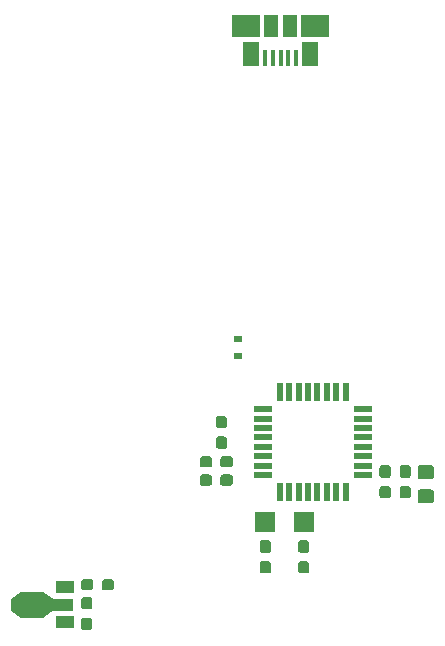
<source format=gtp>
G04 #@! TF.GenerationSoftware,KiCad,Pcbnew,6.0.0-unknown-daad58e~86~ubuntu18.04.1*
G04 #@! TF.CreationDate,2019-06-14T12:13:53-04:00*
G04 #@! TF.ProjectId,DPL,44504c2e-6b69-4636-9164-5f7063625858,rev?*
G04 #@! TF.SameCoordinates,Original*
G04 #@! TF.FileFunction,Paste,Top*
G04 #@! TF.FilePolarity,Positive*
%FSLAX46Y46*%
G04 Gerber Fmt 4.6, Leading zero omitted, Abs format (unit mm)*
G04 Created by KiCad (PCBNEW 6.0.0-unknown-daad58e~86~ubuntu18.04.1) date 2019-06-14 12:13:53*
%MOMM*%
%LPD*%
G04 APERTURE LIST*
%ADD10R,1.750000X1.800000*%
%ADD11C,1.000000*%
%ADD12C,0.100000*%
%ADD13R,1.840000X2.200000*%
%ADD14R,1.500000X1.000000*%
%ADD15R,1.800000X1.000000*%
%ADD16C,0.850000*%
%ADD17R,1.600000X0.550000*%
%ADD18R,0.550000X1.600000*%
%ADD19C,1.150000*%
%ADD20R,1.175000X1.900000*%
%ADD21R,2.375000X1.900000*%
%ADD22R,1.475000X2.100000*%
%ADD23R,0.450000X1.380000*%
%ADD24R,0.700000X0.600000*%
%ADD25C,0.950000*%
G04 APERTURE END LIST*
D10*
X122150000Y-90600000D03*
X118900000Y-90600000D03*
D11*
X100566200Y-97600000D03*
D12*
G36*
X100066200Y-96500000D02*
G01*
X101066200Y-97200000D01*
X101066200Y-98000000D01*
X100066200Y-98700000D01*
X100066200Y-96500000D01*
X100066200Y-96500000D01*
G37*
D13*
X99156500Y-97600000D03*
D14*
X101970000Y-96100000D03*
D15*
X101823500Y-97600000D03*
D14*
X101970000Y-99100000D03*
D16*
X97823000Y-97600000D03*
D12*
G36*
X98248000Y-98700000D02*
G01*
X97398000Y-98100000D01*
X97398000Y-97100000D01*
X98248000Y-96500000D01*
X98248000Y-98700000D01*
X98248000Y-98700000D01*
G37*
D17*
X118675000Y-86650000D03*
X118675000Y-85850000D03*
X118675000Y-85050000D03*
X118675000Y-84250000D03*
X118675000Y-83450000D03*
X118675000Y-82650000D03*
X118675000Y-81850000D03*
X118675000Y-81050000D03*
D18*
X120125000Y-79600000D03*
X120925000Y-79600000D03*
X121725000Y-79600000D03*
X122525000Y-79600000D03*
X123325000Y-79600000D03*
X124125000Y-79600000D03*
X124925000Y-79600000D03*
X125725000Y-79600000D03*
D17*
X127175000Y-81050000D03*
X127175000Y-81850000D03*
X127175000Y-82650000D03*
X127175000Y-83450000D03*
X127175000Y-84250000D03*
X127175000Y-85050000D03*
X127175000Y-85850000D03*
X127175000Y-86650000D03*
D18*
X125725000Y-88100000D03*
X124925000Y-88100000D03*
X124125000Y-88100000D03*
X123325000Y-88100000D03*
X122525000Y-88100000D03*
X121725000Y-88100000D03*
X120925000Y-88100000D03*
X120125000Y-88100000D03*
D12*
G36*
X133045671Y-85819030D02*
G01*
X133126777Y-85873223D01*
X133180970Y-85954329D01*
X133200000Y-86049999D01*
X133200000Y-86700001D01*
X133180970Y-86795671D01*
X133126777Y-86876777D01*
X133045671Y-86930970D01*
X132950001Y-86950000D01*
X132049999Y-86950000D01*
X131954329Y-86930970D01*
X131873223Y-86876777D01*
X131819030Y-86795671D01*
X131800000Y-86700001D01*
X131800000Y-86049999D01*
X131819030Y-85954329D01*
X131873223Y-85873223D01*
X131954329Y-85819030D01*
X132049999Y-85800000D01*
X132950001Y-85800000D01*
X133045671Y-85819030D01*
X133045671Y-85819030D01*
G37*
D19*
X132500000Y-86375000D03*
D12*
G36*
X133045671Y-87869030D02*
G01*
X133126777Y-87923223D01*
X133180970Y-88004329D01*
X133200000Y-88099999D01*
X133200000Y-88750001D01*
X133180970Y-88845671D01*
X133126777Y-88926777D01*
X133045671Y-88980970D01*
X132950001Y-89000000D01*
X132049999Y-89000000D01*
X131954329Y-88980970D01*
X131873223Y-88926777D01*
X131819030Y-88845671D01*
X131800000Y-88750001D01*
X131800000Y-88099999D01*
X131819030Y-88004329D01*
X131873223Y-87923223D01*
X131954329Y-87869030D01*
X132049999Y-87850000D01*
X132950001Y-87850000D01*
X133045671Y-87869030D01*
X133045671Y-87869030D01*
G37*
D19*
X132500000Y-88425000D03*
D20*
X119360000Y-48650000D03*
X121040000Y-48650000D03*
D21*
X117290000Y-48650000D03*
X123110000Y-48650000D03*
D22*
X117737500Y-50950000D03*
X122662500Y-50950000D03*
D23*
X118900000Y-51310000D03*
X119550000Y-51310000D03*
X120200000Y-51310000D03*
X120850000Y-51310000D03*
X121500000Y-51310000D03*
D24*
X116600000Y-75150000D03*
X116600000Y-76550000D03*
D12*
G36*
X105959100Y-95445533D02*
G01*
X106038997Y-95503581D01*
X106088376Y-95589108D01*
X106100000Y-95662500D01*
X106100000Y-96137500D01*
X106079467Y-96234100D01*
X106021419Y-96313997D01*
X105935892Y-96363376D01*
X105862500Y-96375000D01*
X105287500Y-96375000D01*
X105190900Y-96354467D01*
X105111003Y-96296419D01*
X105061624Y-96210892D01*
X105050000Y-96137500D01*
X105050000Y-95662500D01*
X105070533Y-95565900D01*
X105128581Y-95486003D01*
X105214108Y-95436624D01*
X105287500Y-95425000D01*
X105862500Y-95425000D01*
X105959100Y-95445533D01*
X105959100Y-95445533D01*
G37*
D25*
X105575000Y-95900000D03*
D12*
G36*
X104209100Y-95445533D02*
G01*
X104288997Y-95503581D01*
X104338376Y-95589108D01*
X104350000Y-95662500D01*
X104350000Y-96137500D01*
X104329467Y-96234100D01*
X104271419Y-96313997D01*
X104185892Y-96363376D01*
X104112500Y-96375000D01*
X103537500Y-96375000D01*
X103440900Y-96354467D01*
X103361003Y-96296419D01*
X103311624Y-96210892D01*
X103300000Y-96137500D01*
X103300000Y-95662500D01*
X103320533Y-95565900D01*
X103378581Y-95486003D01*
X103464108Y-95436624D01*
X103537500Y-95425000D01*
X104112500Y-95425000D01*
X104209100Y-95445533D01*
X104209100Y-95445533D01*
G37*
D25*
X103825000Y-95900000D03*
D12*
G36*
X104134100Y-98720533D02*
G01*
X104213997Y-98778581D01*
X104263376Y-98864108D01*
X104275000Y-98937500D01*
X104275000Y-99512500D01*
X104254467Y-99609100D01*
X104196419Y-99688997D01*
X104110892Y-99738376D01*
X104037500Y-99750000D01*
X103562500Y-99750000D01*
X103465900Y-99729467D01*
X103386003Y-99671419D01*
X103336624Y-99585892D01*
X103325000Y-99512500D01*
X103325000Y-98937500D01*
X103345533Y-98840900D01*
X103403581Y-98761003D01*
X103489108Y-98711624D01*
X103562500Y-98700000D01*
X104037500Y-98700000D01*
X104134100Y-98720533D01*
X104134100Y-98720533D01*
G37*
D25*
X103800000Y-99225000D03*
D12*
G36*
X104134100Y-96970533D02*
G01*
X104213997Y-97028581D01*
X104263376Y-97114108D01*
X104275000Y-97187500D01*
X104275000Y-97762500D01*
X104254467Y-97859100D01*
X104196419Y-97938997D01*
X104110892Y-97988376D01*
X104037500Y-98000000D01*
X103562500Y-98000000D01*
X103465900Y-97979467D01*
X103386003Y-97921419D01*
X103336624Y-97835892D01*
X103325000Y-97762500D01*
X103325000Y-97187500D01*
X103345533Y-97090900D01*
X103403581Y-97011003D01*
X103489108Y-96961624D01*
X103562500Y-96950000D01*
X104037500Y-96950000D01*
X104134100Y-96970533D01*
X104134100Y-96970533D01*
G37*
D25*
X103800000Y-97475000D03*
D12*
G36*
X114259100Y-86595533D02*
G01*
X114338997Y-86653581D01*
X114388376Y-86739108D01*
X114400000Y-86812500D01*
X114400000Y-87287500D01*
X114379467Y-87384100D01*
X114321419Y-87463997D01*
X114235892Y-87513376D01*
X114162500Y-87525000D01*
X113587500Y-87525000D01*
X113490900Y-87504467D01*
X113411003Y-87446419D01*
X113361624Y-87360892D01*
X113350000Y-87287500D01*
X113350000Y-86812500D01*
X113370533Y-86715900D01*
X113428581Y-86636003D01*
X113514108Y-86586624D01*
X113587500Y-86575000D01*
X114162500Y-86575000D01*
X114259100Y-86595533D01*
X114259100Y-86595533D01*
G37*
D25*
X113875000Y-87050000D03*
D12*
G36*
X116009100Y-86595533D02*
G01*
X116088997Y-86653581D01*
X116138376Y-86739108D01*
X116150000Y-86812500D01*
X116150000Y-87287500D01*
X116129467Y-87384100D01*
X116071419Y-87463997D01*
X115985892Y-87513376D01*
X115912500Y-87525000D01*
X115337500Y-87525000D01*
X115240900Y-87504467D01*
X115161003Y-87446419D01*
X115111624Y-87360892D01*
X115100000Y-87287500D01*
X115100000Y-86812500D01*
X115120533Y-86715900D01*
X115178581Y-86636003D01*
X115264108Y-86586624D01*
X115337500Y-86575000D01*
X115912500Y-86575000D01*
X116009100Y-86595533D01*
X116009100Y-86595533D01*
G37*
D25*
X115625000Y-87050000D03*
D12*
G36*
X114259100Y-85045533D02*
G01*
X114338997Y-85103581D01*
X114388376Y-85189108D01*
X114400000Y-85262500D01*
X114400000Y-85737500D01*
X114379467Y-85834100D01*
X114321419Y-85913997D01*
X114235892Y-85963376D01*
X114162500Y-85975000D01*
X113587500Y-85975000D01*
X113490900Y-85954467D01*
X113411003Y-85896419D01*
X113361624Y-85810892D01*
X113350000Y-85737500D01*
X113350000Y-85262500D01*
X113370533Y-85165900D01*
X113428581Y-85086003D01*
X113514108Y-85036624D01*
X113587500Y-85025000D01*
X114162500Y-85025000D01*
X114259100Y-85045533D01*
X114259100Y-85045533D01*
G37*
D25*
X113875000Y-85500000D03*
D12*
G36*
X116009100Y-85045533D02*
G01*
X116088997Y-85103581D01*
X116138376Y-85189108D01*
X116150000Y-85262500D01*
X116150000Y-85737500D01*
X116129467Y-85834100D01*
X116071419Y-85913997D01*
X115985892Y-85963376D01*
X115912500Y-85975000D01*
X115337500Y-85975000D01*
X115240900Y-85954467D01*
X115161003Y-85896419D01*
X115111624Y-85810892D01*
X115100000Y-85737500D01*
X115100000Y-85262500D01*
X115120533Y-85165900D01*
X115178581Y-85086003D01*
X115264108Y-85036624D01*
X115337500Y-85025000D01*
X115912500Y-85025000D01*
X116009100Y-85045533D01*
X116009100Y-85045533D01*
G37*
D25*
X115625000Y-85500000D03*
D12*
G36*
X131084100Y-85820533D02*
G01*
X131163997Y-85878581D01*
X131213376Y-85964108D01*
X131225000Y-86037500D01*
X131225000Y-86612500D01*
X131204467Y-86709100D01*
X131146419Y-86788997D01*
X131060892Y-86838376D01*
X130987500Y-86850000D01*
X130512500Y-86850000D01*
X130415900Y-86829467D01*
X130336003Y-86771419D01*
X130286624Y-86685892D01*
X130275000Y-86612500D01*
X130275000Y-86037500D01*
X130295533Y-85940900D01*
X130353581Y-85861003D01*
X130439108Y-85811624D01*
X130512500Y-85800000D01*
X130987500Y-85800000D01*
X131084100Y-85820533D01*
X131084100Y-85820533D01*
G37*
D25*
X130750000Y-86325000D03*
D12*
G36*
X131084100Y-87570533D02*
G01*
X131163997Y-87628581D01*
X131213376Y-87714108D01*
X131225000Y-87787500D01*
X131225000Y-88362500D01*
X131204467Y-88459100D01*
X131146419Y-88538997D01*
X131060892Y-88588376D01*
X130987500Y-88600000D01*
X130512500Y-88600000D01*
X130415900Y-88579467D01*
X130336003Y-88521419D01*
X130286624Y-88435892D01*
X130275000Y-88362500D01*
X130275000Y-87787500D01*
X130295533Y-87690900D01*
X130353581Y-87611003D01*
X130439108Y-87561624D01*
X130512500Y-87550000D01*
X130987500Y-87550000D01*
X131084100Y-87570533D01*
X131084100Y-87570533D01*
G37*
D25*
X130750000Y-88075000D03*
D12*
G36*
X129384100Y-85820533D02*
G01*
X129463997Y-85878581D01*
X129513376Y-85964108D01*
X129525000Y-86037500D01*
X129525000Y-86612500D01*
X129504467Y-86709100D01*
X129446419Y-86788997D01*
X129360892Y-86838376D01*
X129287500Y-86850000D01*
X128812500Y-86850000D01*
X128715900Y-86829467D01*
X128636003Y-86771419D01*
X128586624Y-86685892D01*
X128575000Y-86612500D01*
X128575000Y-86037500D01*
X128595533Y-85940900D01*
X128653581Y-85861003D01*
X128739108Y-85811624D01*
X128812500Y-85800000D01*
X129287500Y-85800000D01*
X129384100Y-85820533D01*
X129384100Y-85820533D01*
G37*
D25*
X129050000Y-86325000D03*
D12*
G36*
X129384100Y-87570533D02*
G01*
X129463997Y-87628581D01*
X129513376Y-87714108D01*
X129525000Y-87787500D01*
X129525000Y-88362500D01*
X129504467Y-88459100D01*
X129446419Y-88538997D01*
X129360892Y-88588376D01*
X129287500Y-88600000D01*
X128812500Y-88600000D01*
X128715900Y-88579467D01*
X128636003Y-88521419D01*
X128586624Y-88435892D01*
X128575000Y-88362500D01*
X128575000Y-87787500D01*
X128595533Y-87690900D01*
X128653581Y-87611003D01*
X128739108Y-87561624D01*
X128812500Y-87550000D01*
X129287500Y-87550000D01*
X129384100Y-87570533D01*
X129384100Y-87570533D01*
G37*
D25*
X129050000Y-88075000D03*
D12*
G36*
X122484100Y-93920533D02*
G01*
X122563997Y-93978581D01*
X122613376Y-94064108D01*
X122625000Y-94137500D01*
X122625000Y-94712500D01*
X122604467Y-94809100D01*
X122546419Y-94888997D01*
X122460892Y-94938376D01*
X122387500Y-94950000D01*
X121912500Y-94950000D01*
X121815900Y-94929467D01*
X121736003Y-94871419D01*
X121686624Y-94785892D01*
X121675000Y-94712500D01*
X121675000Y-94137500D01*
X121695533Y-94040900D01*
X121753581Y-93961003D01*
X121839108Y-93911624D01*
X121912500Y-93900000D01*
X122387500Y-93900000D01*
X122484100Y-93920533D01*
X122484100Y-93920533D01*
G37*
D25*
X122150000Y-94425000D03*
D12*
G36*
X122484100Y-92170533D02*
G01*
X122563997Y-92228581D01*
X122613376Y-92314108D01*
X122625000Y-92387500D01*
X122625000Y-92962500D01*
X122604467Y-93059100D01*
X122546419Y-93138997D01*
X122460892Y-93188376D01*
X122387500Y-93200000D01*
X121912500Y-93200000D01*
X121815900Y-93179467D01*
X121736003Y-93121419D01*
X121686624Y-93035892D01*
X121675000Y-92962500D01*
X121675000Y-92387500D01*
X121695533Y-92290900D01*
X121753581Y-92211003D01*
X121839108Y-92161624D01*
X121912500Y-92150000D01*
X122387500Y-92150000D01*
X122484100Y-92170533D01*
X122484100Y-92170533D01*
G37*
D25*
X122150000Y-92675000D03*
D12*
G36*
X119234100Y-93920533D02*
G01*
X119313997Y-93978581D01*
X119363376Y-94064108D01*
X119375000Y-94137500D01*
X119375000Y-94712500D01*
X119354467Y-94809100D01*
X119296419Y-94888997D01*
X119210892Y-94938376D01*
X119137500Y-94950000D01*
X118662500Y-94950000D01*
X118565900Y-94929467D01*
X118486003Y-94871419D01*
X118436624Y-94785892D01*
X118425000Y-94712500D01*
X118425000Y-94137500D01*
X118445533Y-94040900D01*
X118503581Y-93961003D01*
X118589108Y-93911624D01*
X118662500Y-93900000D01*
X119137500Y-93900000D01*
X119234100Y-93920533D01*
X119234100Y-93920533D01*
G37*
D25*
X118900000Y-94425000D03*
D12*
G36*
X119234100Y-92170533D02*
G01*
X119313997Y-92228581D01*
X119363376Y-92314108D01*
X119375000Y-92387500D01*
X119375000Y-92962500D01*
X119354467Y-93059100D01*
X119296419Y-93138997D01*
X119210892Y-93188376D01*
X119137500Y-93200000D01*
X118662500Y-93200000D01*
X118565900Y-93179467D01*
X118486003Y-93121419D01*
X118436624Y-93035892D01*
X118425000Y-92962500D01*
X118425000Y-92387500D01*
X118445533Y-92290900D01*
X118503581Y-92211003D01*
X118589108Y-92161624D01*
X118662500Y-92150000D01*
X119137500Y-92150000D01*
X119234100Y-92170533D01*
X119234100Y-92170533D01*
G37*
D25*
X118900000Y-92675000D03*
D12*
G36*
X115534100Y-81620533D02*
G01*
X115613997Y-81678581D01*
X115663376Y-81764108D01*
X115675000Y-81837500D01*
X115675000Y-82412500D01*
X115654467Y-82509100D01*
X115596419Y-82588997D01*
X115510892Y-82638376D01*
X115437500Y-82650000D01*
X114962500Y-82650000D01*
X114865900Y-82629467D01*
X114786003Y-82571419D01*
X114736624Y-82485892D01*
X114725000Y-82412500D01*
X114725000Y-81837500D01*
X114745533Y-81740900D01*
X114803581Y-81661003D01*
X114889108Y-81611624D01*
X114962500Y-81600000D01*
X115437500Y-81600000D01*
X115534100Y-81620533D01*
X115534100Y-81620533D01*
G37*
D25*
X115200000Y-82125000D03*
D12*
G36*
X115534100Y-83370533D02*
G01*
X115613997Y-83428581D01*
X115663376Y-83514108D01*
X115675000Y-83587500D01*
X115675000Y-84162500D01*
X115654467Y-84259100D01*
X115596419Y-84338997D01*
X115510892Y-84388376D01*
X115437500Y-84400000D01*
X114962500Y-84400000D01*
X114865900Y-84379467D01*
X114786003Y-84321419D01*
X114736624Y-84235892D01*
X114725000Y-84162500D01*
X114725000Y-83587500D01*
X114745533Y-83490900D01*
X114803581Y-83411003D01*
X114889108Y-83361624D01*
X114962500Y-83350000D01*
X115437500Y-83350000D01*
X115534100Y-83370533D01*
X115534100Y-83370533D01*
G37*
D25*
X115200000Y-83875000D03*
M02*

</source>
